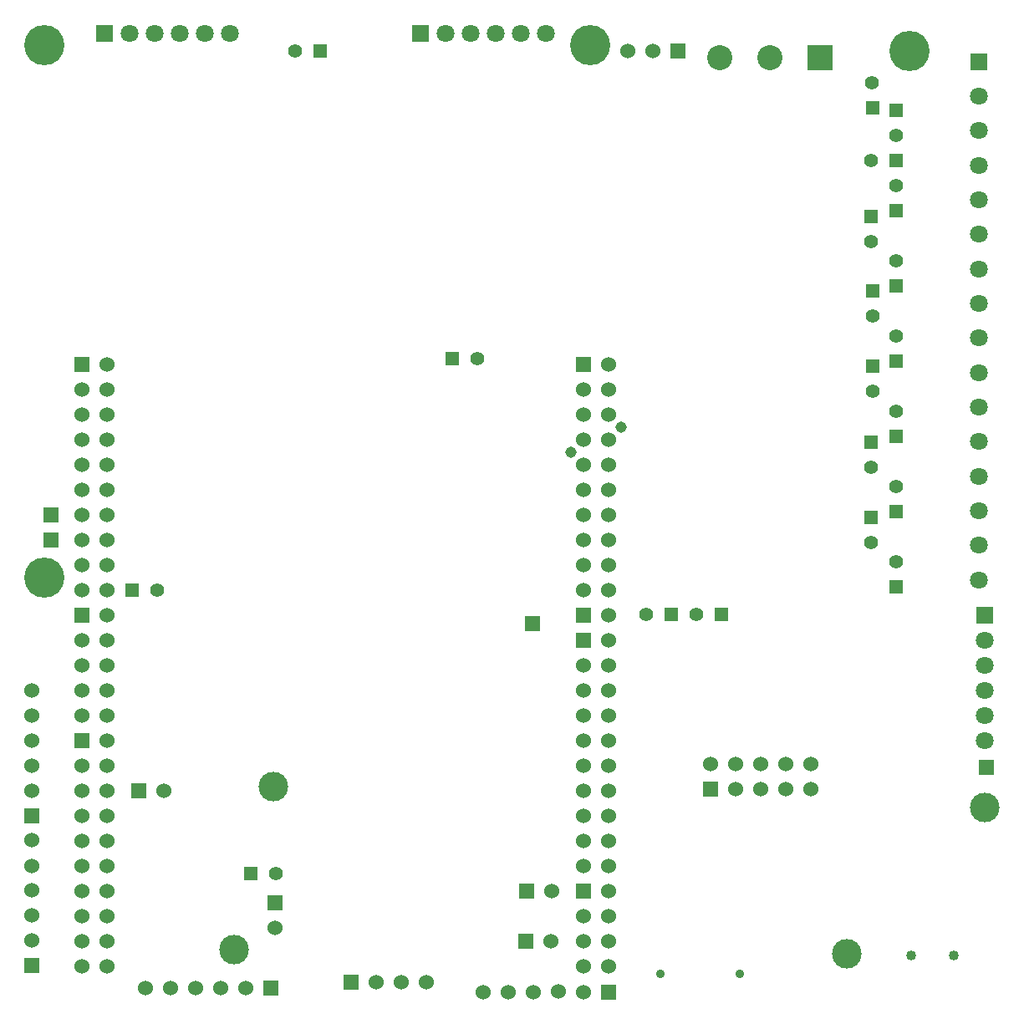
<source format=gbs>
G04 (created by PCBNEW (2013-07-07 BZR 4022)-stable) date 31/03/2014 14:52:45*
%MOIN*%
G04 Gerber Fmt 3.4, Leading zero omitted, Abs format*
%FSLAX34Y34*%
G01*
G70*
G90*
G04 APERTURE LIST*
%ADD10C,0.00590551*%
%ADD11R,0.06X0.06*%
%ADD12C,0.06*%
%ADD13R,0.055X0.055*%
%ADD14C,0.055*%
%ADD15C,0.16*%
%ADD16R,0.0708661X0.0708661*%
%ADD17C,0.0708661*%
%ADD18C,0.04*%
%ADD19C,0.035*%
%ADD20C,0.11811*%
%ADD21R,0.1X0.1*%
%ADD22C,0.1*%
%ADD23C,0.045*%
G04 APERTURE END LIST*
G54D10*
G54D11*
X70000Y-71000D03*
G54D12*
X71000Y-71000D03*
X70000Y-72000D03*
X71000Y-72000D03*
X70000Y-73000D03*
X71000Y-73000D03*
X70000Y-74000D03*
X71000Y-74000D03*
G54D11*
X50000Y-60000D03*
G54D12*
X51000Y-60000D03*
X50000Y-61000D03*
X51000Y-61000D03*
X50000Y-62000D03*
X51000Y-62000D03*
X50000Y-63000D03*
X51000Y-63000D03*
X50000Y-64000D03*
X51000Y-64000D03*
G54D11*
X70000Y-60000D03*
G54D12*
X71000Y-60000D03*
G54D11*
X50000Y-64984D03*
G54D12*
X51000Y-64984D03*
X50000Y-65984D03*
X51000Y-65984D03*
X50000Y-66984D03*
X51000Y-66984D03*
X50000Y-67984D03*
X51000Y-67984D03*
X50000Y-68984D03*
X51000Y-68984D03*
X50000Y-69984D03*
X51000Y-69984D03*
X50000Y-70984D03*
X51000Y-70984D03*
X50000Y-71984D03*
X51000Y-71984D03*
X50000Y-72984D03*
X51000Y-72984D03*
X50000Y-73984D03*
X51000Y-73984D03*
G54D11*
X48000Y-73950D03*
G54D12*
X48000Y-72950D03*
X48000Y-71950D03*
X48000Y-70950D03*
X48000Y-70000D03*
X48000Y-68950D03*
G54D11*
X48000Y-68000D03*
G54D12*
X48000Y-67000D03*
X48000Y-66000D03*
X48000Y-65000D03*
X48000Y-64000D03*
X48000Y-63000D03*
G54D11*
X57525Y-74850D03*
G54D12*
X56525Y-74850D03*
X55525Y-74850D03*
X54525Y-74850D03*
X53525Y-74850D03*
X52525Y-74850D03*
G54D11*
X67725Y-71000D03*
G54D12*
X68725Y-71000D03*
G54D11*
X67700Y-73000D03*
G54D12*
X68700Y-73000D03*
G54D11*
X52274Y-67000D03*
G54D12*
X53274Y-67000D03*
G54D11*
X71000Y-75025D03*
G54D12*
X70000Y-75025D03*
X69000Y-75000D03*
X68000Y-75025D03*
X67000Y-75025D03*
X66000Y-75025D03*
G54D11*
X86050Y-66050D03*
X60716Y-74628D03*
G54D12*
X61716Y-74628D03*
X62716Y-74628D03*
X63716Y-74628D03*
G54D11*
X73750Y-37500D03*
G54D12*
X72750Y-37500D03*
X71750Y-37500D03*
G54D11*
X48750Y-57000D03*
X48750Y-56000D03*
G54D13*
X59500Y-37500D03*
G54D14*
X58500Y-37500D03*
G54D13*
X64750Y-49750D03*
G54D14*
X65750Y-49750D03*
G54D13*
X52000Y-59000D03*
G54D14*
X53000Y-59000D03*
G54D11*
X50000Y-49984D03*
G54D12*
X51000Y-49984D03*
X50000Y-50984D03*
X51000Y-50984D03*
X50000Y-51984D03*
X51000Y-51984D03*
X50000Y-52984D03*
X51000Y-52984D03*
X50000Y-53984D03*
X51000Y-53984D03*
X50000Y-54984D03*
X51000Y-54984D03*
X50000Y-55984D03*
X51000Y-55984D03*
X50000Y-56984D03*
X51000Y-56984D03*
X50000Y-57984D03*
X51000Y-57984D03*
X50000Y-58984D03*
X51000Y-58984D03*
G54D15*
X70250Y-37250D03*
X48500Y-58500D03*
X48500Y-37250D03*
G54D16*
X63500Y-36800D03*
G54D17*
X64500Y-36800D03*
X65500Y-36800D03*
X66500Y-36800D03*
X67500Y-36800D03*
X68500Y-36800D03*
G54D16*
X50900Y-36800D03*
G54D17*
X51900Y-36800D03*
X52900Y-36800D03*
X53900Y-36800D03*
X54900Y-36800D03*
X55900Y-36800D03*
G54D11*
X70000Y-60984D03*
G54D12*
X71000Y-60984D03*
X70000Y-61984D03*
X71000Y-61984D03*
X70000Y-62984D03*
X71000Y-62984D03*
X70000Y-63984D03*
X71000Y-63984D03*
X70000Y-64984D03*
X71000Y-64984D03*
X70000Y-65984D03*
X71000Y-65984D03*
X70000Y-66984D03*
X71000Y-66984D03*
X70000Y-67984D03*
X71000Y-67984D03*
X70000Y-68984D03*
X71000Y-68984D03*
X70000Y-69984D03*
X71000Y-69984D03*
G54D11*
X75050Y-66918D03*
G54D12*
X75050Y-65918D03*
X76050Y-66918D03*
X76050Y-65918D03*
X77050Y-66918D03*
X77050Y-65918D03*
X78050Y-66918D03*
X78050Y-65918D03*
X79050Y-66918D03*
X79050Y-65918D03*
G54D11*
X67969Y-60344D03*
G54D18*
X83050Y-73568D03*
X84750Y-73568D03*
G54D19*
X73076Y-74309D03*
X76225Y-74309D03*
G54D20*
X80500Y-73492D03*
X86000Y-67650D03*
G54D17*
X85750Y-58584D03*
X85750Y-57206D03*
G54D16*
X85750Y-37915D03*
G54D17*
X85750Y-39293D03*
X85750Y-40671D03*
X85750Y-42049D03*
X85750Y-43427D03*
X85750Y-44805D03*
X85750Y-46183D03*
X85750Y-47561D03*
X85750Y-48938D03*
X85750Y-50316D03*
X85750Y-51694D03*
X85750Y-53072D03*
X85750Y-54450D03*
X85750Y-55828D03*
G54D11*
X70000Y-49984D03*
G54D12*
X71000Y-49984D03*
X70000Y-50984D03*
X71000Y-50984D03*
X70000Y-51984D03*
X71000Y-51984D03*
X70000Y-52984D03*
X71000Y-52984D03*
X70000Y-53984D03*
X71000Y-53984D03*
X70000Y-54984D03*
X71000Y-54984D03*
X70000Y-55984D03*
X71000Y-55984D03*
X70000Y-56984D03*
X71000Y-56984D03*
X70000Y-57984D03*
X71000Y-57984D03*
X70000Y-58984D03*
X71000Y-58984D03*
G54D13*
X81474Y-53100D03*
G54D14*
X81474Y-54100D03*
G54D13*
X81474Y-44100D03*
G54D14*
X81474Y-45100D03*
G54D13*
X82474Y-52850D03*
G54D14*
X82474Y-51850D03*
G54D13*
X82474Y-43850D03*
G54D14*
X82474Y-42850D03*
G54D13*
X81525Y-50050D03*
G54D14*
X81525Y-51050D03*
G54D13*
X82474Y-39850D03*
G54D14*
X82474Y-40850D03*
G54D21*
X79425Y-37775D03*
G54D22*
X77425Y-37775D03*
X75425Y-37775D03*
G54D13*
X82474Y-46850D03*
G54D14*
X82474Y-45850D03*
G54D13*
X82474Y-55850D03*
G54D14*
X82474Y-54850D03*
G54D13*
X81525Y-47050D03*
G54D14*
X81525Y-48050D03*
G54D13*
X81474Y-56100D03*
G54D14*
X81474Y-57100D03*
G54D13*
X82474Y-49850D03*
G54D14*
X82474Y-48850D03*
G54D13*
X82474Y-58850D03*
G54D14*
X82474Y-57850D03*
G54D13*
X81525Y-39750D03*
G54D14*
X81500Y-38750D03*
G54D13*
X82474Y-41850D03*
G54D14*
X81474Y-41850D03*
G54D23*
X69500Y-53500D03*
X71500Y-52500D03*
G54D15*
X83000Y-37500D03*
G54D11*
X57688Y-71456D03*
G54D12*
X57688Y-72456D03*
G54D13*
X56712Y-70281D03*
G54D14*
X57712Y-70281D03*
G54D20*
X57637Y-66837D03*
X56062Y-73331D03*
G54D16*
X86000Y-60000D03*
G54D17*
X86000Y-61000D03*
X86000Y-62000D03*
X86000Y-63000D03*
X86000Y-64000D03*
X86000Y-65000D03*
G54D13*
X73500Y-59950D03*
G54D14*
X72500Y-59950D03*
G54D13*
X75500Y-59950D03*
G54D14*
X74500Y-59950D03*
M02*

</source>
